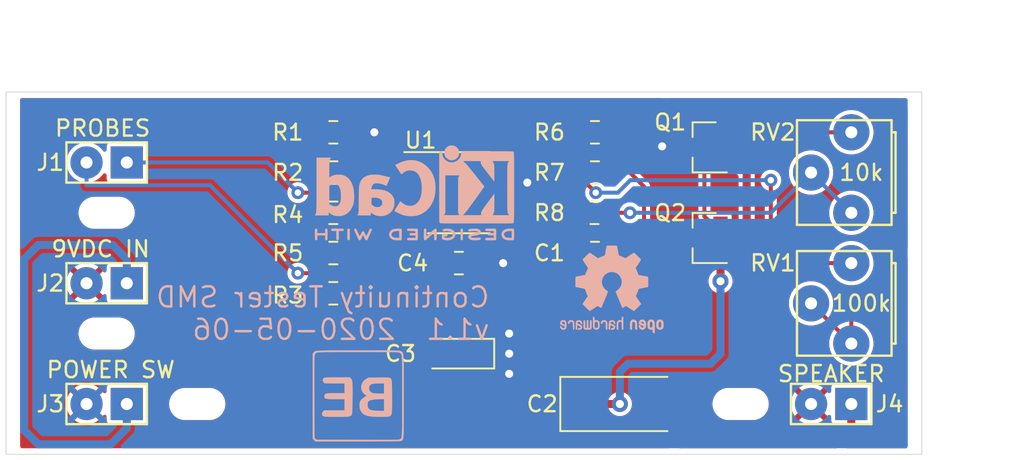
<source format=kicad_pcb>
(kicad_pcb (version 20171130) (host pcbnew "(5.1.5)-3")
  (title_block (title "Continuity Tester SMD PCB") (date 2020-05-06) (rev 1.1))
  (layers (0 F.Cu signal) (31 B.Cu signal) (34 B.Paste user hide) (35 F.Paste user) (36 B.SilkS user) (37 F.SilkS user) (38 B.Mask user) (39 F.Mask user) (44 Edge.Cuts user))
  (net 0 "")
  (net 1 "Net-(C1-Pad2)")
  (net 2 "Net-(C1-Pad1)")
  (net 3 "Net-(C2-Pad2)")
  (net 4 "Net-(C2-Pad1)")
  (net 5 GND)
  (net 6 +9V)
  (net 7 "Net-(J1-Pad2)")
  (net 8 "Net-(J1-Pad1)")
  (net 9 "Net-(J2-Pad1)")
  (net 10 "Net-(Q1-Pad2)")
  (net 11 "Net-(R4-Pad1)")
  (net 12 "Net-(R6-Pad1)")
  (net 13 "Net-(U1-Pad5)")
  (net 14 "Net-(U1-Pad1)")
  (net 15 "Net-(R8-Pad1)")
  (net 16 "Net-(U1-Pad8)")
  (net 17 "Net-(R7-Pad1)")
  (module Symbol:OSHW-Logo2_7.3x6mm_SilkScreen (layer B.Cu) (at 139.827 88.646 180)
    (fp_text reference REF** hide)
    (fp_text value OSHW-Logo2_7.3x6mm_SilkScreen hide)
  )
  (module Symbol:KiCad-Logo2_5mm_SilkScreen (layer B.Cu) (at 127.381 82.55 180)
    (fp_text reference REF** hide)
    (fp_text value KiCad-Logo2_5mm_SilkScreen hide)
  )
  (module BE_TrimPot:Bourns_3329S_Vertical (layer F.Cu) (at 154.94 92.075 270)
    (fp_text reference RV1 (at -5.08 4.953 180) (layer F.SilkS) (effects (font (size 1.016 1.016) (thickness 0.1524))))
    (fp_text value 100k)
    (fp_text user %V (at -2.54 -0.635 180) (layer F.SilkS) (effects (font (size 1.016 1.016) (thickness 0.1524))))
    (pad 1 thru_hole circle (at 0 0 270) (size 2.286 2.286) (drill 0.762) (layers *.Cu *.Mask) (net 12 "Net-(R6-Pad1)"))
    (pad 2 thru_hole circle (at -2.54 2.54 270) (size 2.286 2.286) (drill 0.762) (layers *.Cu *.Mask) (net 12 "Net-(R6-Pad1)"))
    (pad 3 thru_hole circle (at -5.08 0 270) (size 2.286 2.286) (drill 0.762) (layers *.Cu *.Mask) (net 17 "Net-(R7-Pad1)"))
  )
  (module Package_SO:SOIC-8_3.9x4.9mm_P1.27mm (layer F.Cu) (at 130.175 82.55)
    (fp_text reference U1 (at -2.413 -3.302) (layer F.SilkS))
    (fp_text value uA741CP)
    (pad 8 smd roundrect (at 2.475 -1.905) (size 1.95 0.6) (layers F.Cu F.Paste F.Mask) (net 16 "Net-(U1-Pad8)"))
    (pad 7 smd roundrect (at 2.475 -0.635) (size 1.95 0.6) (layers F.Cu F.Paste F.Mask) (net 6 +9V))
    (pad 6 smd roundrect (at 2.475 0.635) (size 1.95 0.6) (layers F.Cu F.Paste F.Mask) (net 12 "Net-(R6-Pad1)"))
    (pad 5 smd roundrect (at 2.475 1.905) (size 1.95 0.6) (layers F.Cu F.Paste F.Mask) (net 13 "Net-(U1-Pad5)"))
    (pad 4 smd roundrect (at -2.475 1.905) (size 1.95 0.6) (layers F.Cu F.Paste F.Mask) (net 5 GND))
    (pad 3 smd roundrect (at -2.475 0.635) (size 1.95 0.6) (layers F.Cu F.Paste F.Mask) (net 1 "Net-(C1-Pad2)"))
    (pad 2 smd roundrect (at -2.475 -0.635) (size 1.95 0.6) (layers F.Cu F.Paste F.Mask) (net 11 "Net-(R4-Pad1)"))
    (pad 1 smd roundrect (at -2.475 -1.905) (size 1.95 0.6) (layers F.Cu F.Paste F.Mask) (net 14 "Net-(U1-Pad1)"))
  )
  (module Resistor_SMD:R_0805_2012Metric (layer F.Cu) (at 138.7325 83.82 180)
    (fp_text reference R8 (at 2.8425 0) (layer F.SilkS))
    (fp_text value 2k)
    (pad 2 smd roundrect (at 0.9375 0 180) (size 0.975 1.4) (layers F.Cu F.Paste F.Mask) (net 12 "Net-(R6-Pad1)"))
    (pad 1 smd roundrect (at -0.9375 0 180) (size 0.975 1.4) (layers F.Cu F.Paste F.Mask) (net 15 "Net-(R8-Pad1)"))
  )
  (module Resistor_SMD:R_0805_2012Metric (layer F.Cu) (at 138.7625 81.28)
    (fp_text reference R7 (at -2.8725 0) (layer F.SilkS))
    (fp_text value 49k9)
    (pad 2 smd roundrect (at 0.9375 0) (size 0.975 1.4) (layers F.Cu F.Paste F.Mask) (net 2 "Net-(C1-Pad1)"))
    (pad 1 smd roundrect (at -0.9375 0) (size 0.975 1.4) (layers F.Cu F.Paste F.Mask) (net 17 "Net-(R7-Pad1)"))
  )
  (module Resistor_SMD:R_0805_2012Metric (layer F.Cu) (at 138.7625 78.74)
    (fp_text reference R6 (at -2.8725 0) (layer F.SilkS))
    (fp_text value 4M6)
    (pad 2 smd roundrect (at 0.9375 0) (size 0.975 1.4) (layers F.Cu F.Paste F.Mask) (net 11 "Net-(R4-Pad1)"))
    (pad 1 smd roundrect (at -0.9375 0) (size 0.975 1.4) (layers F.Cu F.Paste F.Mask) (net 12 "Net-(R6-Pad1)"))
  )
  (module Resistor_SMD:R_0805_2012Metric (layer F.Cu) (at 122.2525 86.36 180)
    (fp_text reference R5 (at 2.8725 0) (layer F.SilkS))
    (fp_text value 10k)
    (pad 2 smd roundrect (at 0.9375 0 180) (size 0.975 1.4) (layers F.Cu F.Paste F.Mask) (net 7 "Net-(J1-Pad2)"))
    (pad 1 smd roundrect (at -0.9375 0 180) (size 0.975 1.4) (layers F.Cu F.Paste F.Mask) (net 1 "Net-(C1-Pad2)"))
  )
  (module Resistor_SMD:R_0805_2012Metric (layer F.Cu) (at 122.2525 83.82 180)
    (fp_text reference R4 (at 2.8725 -0.127) (layer F.SilkS))
    (fp_text value 10k)
    (pad 2 smd roundrect (at 0.9375 0 180) (size 0.975 1.4) (layers F.Cu F.Paste F.Mask) (net 8 "Net-(J1-Pad1)"))
    (pad 1 smd roundrect (at -0.9375 0 180) (size 0.975 1.4) (layers F.Cu F.Paste F.Mask) (net 11 "Net-(R4-Pad1)"))
  )
  (module Resistor_SMD:R_0805_2012Metric (layer F.Cu) (at 122.2525 88.9)
    (fp_text reference R3 (at -2.8725 0.127) (layer F.SilkS))
    (fp_text value 10k)
    (pad 2 smd roundrect (at 0.9375 0) (size 0.975 1.4) (layers F.Cu F.Paste F.Mask) (net 5 GND))
    (pad 1 smd roundrect (at -0.9375 0) (size 0.975 1.4) (layers F.Cu F.Paste F.Mask) (net 7 "Net-(J1-Pad2)"))
  )
  (module Resistor_SMD:R_0805_2012Metric (layer F.Cu) (at 122.2525 81.28)
    (fp_text reference R2 (at -2.8725 0) (layer F.SilkS))
    (fp_text value 100R)
    (pad 2 smd roundrect (at 0.9375 0) (size 0.975 1.4) (layers F.Cu F.Paste F.Mask) (net 7 "Net-(J1-Pad2)"))
    (pad 1 smd roundrect (at -0.9375 0) (size 0.975 1.4) (layers F.Cu F.Paste F.Mask) (net 8 "Net-(J1-Pad1)"))
  )
  (module Resistor_SMD:R_0805_2012Metric (layer F.Cu) (at 122.2525 78.74 180)
    (fp_text reference R1 (at 2.8725 0) (layer F.SilkS))
    (fp_text value 10k)
    (pad 2 smd roundrect (at 0.9375 0 180) (size 0.975 1.4) (layers F.Cu F.Paste F.Mask) (net 8 "Net-(J1-Pad1)"))
    (pad 1 smd roundrect (at -0.9375 0 180) (size 0.975 1.4) (layers F.Cu F.Paste F.Mask) (net 6 +9V))
  )
  (module Package_TO_SOT_SMD:SOT-23 (layer F.Cu) (at 145.685 85.41 180)
    (fp_text reference Q2 (at 2.175 1.59) (layer F.SilkS))
    (fp_text value 2N4403)
    (pad 3 smd rect (at 1 0 180) (size 0.9 0.8) (layers F.Cu F.Paste F.Mask) (net 5 GND))
    (pad 2 smd rect (at -1 0.95 180) (size 0.9 0.8) (layers F.Cu F.Paste F.Mask) (net 10 "Net-(Q1-Pad2)"))
    (pad 1 smd rect (at -1 -0.95 180) (size 0.9 0.8) (layers F.Cu F.Paste F.Mask) (net 4 "Net-(C2-Pad1)"))
  )
  (module Package_TO_SOT_SMD:SOT-23 (layer F.Cu) (at 145.685 79.69 180)
    (fp_text reference Q1 (at 2.175 1.585) (layer F.SilkS))
    (fp_text value 2N4401)
    (pad 3 smd rect (at 1 0 180) (size 0.9 0.8) (layers F.Cu F.Paste F.Mask) (net 6 +9V))
    (pad 2 smd rect (at -1 0.95 180) (size 0.9 0.8) (layers F.Cu F.Paste F.Mask) (net 10 "Net-(Q1-Pad2)"))
    (pad 1 smd rect (at -1 -0.95 180) (size 0.9 0.8) (layers F.Cu F.Paste F.Mask) (net 4 "Net-(C2-Pad1)"))
  )
  (module Capacitor_SMD:C_0805_2012Metric (layer F.Cu) (at 130.175 86.995)
    (fp_text reference C4 (at -2.921 0) (layer F.SilkS))
    (fp_text value .1uF)
    (pad 2 smd roundrect (at 0.9375 0) (size 0.975 1.4) (layers F.Cu F.Paste F.Mask) (net 6 +9V))
    (pad 1 smd roundrect (at -0.9375 0) (size 0.975 1.4) (layers F.Cu F.Paste F.Mask) (net 5 GND))
  )
  (module Capacitor_Tantalum_SMD:CP_EIA-3216-18_Kemet-A (layer F.Cu) (at 130.095 92.71 180)
    (fp_text reference C3 (at 3.603 0) (layer F.SilkS))
    (fp_text value 10uF)
    (pad 2 smd roundrect (at 1.35 0 180) (size 1.4 1.35) (layers F.Cu F.Paste F.Mask) (roundrect_rratio 0.185185) (net 5 GND))
    (pad 1 smd roundrect (at -1.35 0 180) (size 1.4 1.35) (layers F.Cu F.Paste F.Mask) (roundrect_rratio 0.185185) (net 6 +9V))
  )
  (module Capacitor_Tantalum_SMD:CP_EIA-6032-28_Kemet-C (layer F.Cu) (at 140.335 95.885)
    (fp_text reference C2 (at -4.9035 0) (layer F.SilkS))
    (fp_text value 15uF)
    (pad 2 smd roundrect (at 2.4625 0) (size 2.075 2.35) (layers F.Cu F.Paste F.Mask) (roundrect_rratio 0.120482) (net 3 "Net-(C2-Pad2)"))
    (pad 1 smd roundrect (at -2.4625 0) (size 2.075 2.35) (layers F.Cu F.Paste F.Mask) (roundrect_rratio 0.120482) (net 4 "Net-(C2-Pad1)"))
  )
  (module Capacitor_SMD:C_0805_2012Metric (layer F.Cu) (at 138.7625 86.36 180)
    (fp_text reference C1 (at 2.8725 0) (layer F.SilkS))
    (fp_text value 1nF)
    (pad 2 smd roundrect (at 0.9375 0 180) (size 0.975 1.4) (layers F.Cu F.Paste F.Mask) (net 1 "Net-(C1-Pad2)"))
    (pad 1 smd roundrect (at -0.9375 0 180) (size 0.975 1.4) (layers F.Cu F.Paste F.Mask) (net 2 "Net-(C1-Pad1)"))
  )
  (module BE_MountingHoles:BE_WireSlot_W120mil_H60mil (layer F.Cu) (at 147.955 95.885)
    (fp_text reference REF** hide)
    (fp_text value BE_WireSlot_W120mil_H60mil hide)
    (pad "" np_thru_hole oval (at 0 0) (size 3.048 1.524) (drill oval 3.048 1.524) (layers *.Cu *.Mask))
  )
  (module BE_MountingHoles:BE_WireSlot_W120mil_H60mil (layer F.Cu) (at 107.95 83.82)
    (fp_text reference REF** hide)
    (fp_text value BE_WireSlot_W120mil_H60mil hide)
    (pad "" np_thru_hole oval (at 0 0) (size 3.048 1.524) (drill oval 3.048 1.524) (layers *.Cu *.Mask))
  )
  (module BE_TrimPot:Bourns_3329S_Vertical (layer F.Cu) (at 154.94 83.82 270)
    (fp_text reference RV2 (at -5.08 4.953 180) (layer F.SilkS) (effects (font (size 1.016 1.016) (thickness 0.1524))))
    (fp_text value 10k)
    (fp_text user %V (at -2.54 -0.635 180) (layer F.SilkS) (effects (font (size 1.016 1.016) (thickness 0.1524))))
    (pad 1 thru_hole circle (at 0 0 270) (size 2.286 2.286) (drill 0.762) (layers *.Cu *.Mask) (net 15 "Net-(R8-Pad1)"))
    (pad 2 thru_hole circle (at -2.54 2.54 270) (size 2.286 2.286) (drill 0.762) (layers *.Cu *.Mask) (net 15 "Net-(R8-Pad1)"))
    (pad 3 thru_hole circle (at -5.08 0 270) (size 2.286 2.286) (drill 0.762) (layers *.Cu *.Mask) (net 10 "Net-(Q1-Pad2)"))
  )
  (module BE_Conn:SolderWirePad_1x02_Pitch100mil_Drill30mil (layer F.Cu) (at 109.22 80.645 180)
    (fp_text reference J1 (at 4.826 0) (layer F.SilkS) (effects (font (size 1.016 1.016) (thickness 0.1524))))
    (fp_text value PROBES)
    (fp_text user %V (at 1.524 2.159) (layer F.SilkS) (effects (font (size 1.016 1.016) (thickness 0.1524))))
    (pad 1 thru_hole rect (at 0 0 180) (size 2.032 2.032) (drill 0.762) (layers *.Cu *.Mask) (net 8 "Net-(J1-Pad1)"))
    (pad 2 thru_hole circle (at 2.54 0 180) (size 2.032 2.032) (drill 0.762) (layers *.Cu *.Mask) (net 7 "Net-(J1-Pad2)"))
  )
  (module BE_Conn:SolderWirePad_1x02_Pitch100mil_Drill30mil (layer F.Cu) (at 154.94 95.885 180)
    (fp_text reference J4 (at -2.413 0) (layer F.SilkS) (effects (font (size 1.016 1.016) (thickness 0.1524))))
    (fp_text value SPEAKER)
    (fp_text user %V (at 1.27 1.905) (layer F.SilkS) (effects (font (size 1.016 1.016) (thickness 0.1524))))
    (pad 1 thru_hole rect (at 0 0 180) (size 2.032 2.032) (drill 0.762) (layers *.Cu *.Mask) (net 3 "Net-(C2-Pad2)"))
    (pad 2 thru_hole circle (at 2.54 0 180) (size 2.032 2.032) (drill 0.762) (layers *.Cu *.Mask) (net 5 GND))
  )
  (module BE_Conn:SolderWirePad_1x02_Pitch100mil_Drill30mil (layer F.Cu) (at 109.22 95.885 180)
    (fp_text reference J3 (at 4.826 0) (layer F.SilkS) (effects (font (size 1.016 1.016) (thickness 0.1524))))
    (fp_text value "POWER SW")
    (fp_text user %V (at 1.016 2.159) (layer F.SilkS) (effects (font (size 1.016 1.016) (thickness 0.1524))))
    (pad 1 thru_hole rect (at 0 0 180) (size 2.032 2.032) (drill 0.762) (layers *.Cu *.Mask) (net 9 "Net-(J2-Pad1)"))
    (pad 2 thru_hole circle (at 2.54 0 180) (size 2.032 2.032) (drill 0.762) (layers *.Cu *.Mask) (net 6 +9V))
  )
  (module BE_Conn:SolderWirePad_1x02_Pitch100mil_Drill30mil (layer F.Cu) (at 109.22 88.265 180)
    (fp_text reference J2 (at 4.826 0) (layer F.SilkS) (effects (font (size 1.016 1.016) (thickness 0.1524))))
    (fp_text value "9VDC IN")
    (fp_text user %V (at 1.651 2.159) (layer F.SilkS) (effects (font (size 1.016 1.016) (thickness 0.1524))))
    (pad 1 thru_hole rect (at 0 0 180) (size 2.032 2.032) (drill 0.762) (layers *.Cu *.Mask) (net 9 "Net-(J2-Pad1)"))
    (pad 2 thru_hole circle (at 2.54 0 180) (size 2.032 2.032) (drill 0.762) (layers *.Cu *.Mask) (net 5 GND))
  )
  (module BE_MountingHoles:BE_WireSlot_W120mil_H60mil (layer F.Cu) (at 107.95 91.44)
    (fp_text reference REF** hide)
    (fp_text value BE_WireSlot_W120mil_H60mil hide)
    (pad "" np_thru_hole oval (at 0 0) (size 3.048 1.524) (drill oval 3.048 1.524) (layers *.Cu *.Mask))
  )
  (module BE_MountingHoles:BE_WireSlot_W120mil_H60mil (layer F.Cu) (at 113.665 95.885)
    (fp_text reference REF** hide)
    (fp_text value BE_WireSlot_W120mil_H60mil hide)
    (pad "" np_thru_hole oval (at 0 0) (size 3.048 1.524) (drill oval 3.048 1.524) (layers *.Cu *.Mask))
  )
  (module "BE_Logos:BE_Logo_(.25_x_.25)" (layer B.Cu) (at 123.825 95.377 180)
    (fp_text reference G*** hide)
    (fp_text value LOGO hide)
  )
  (gr_text "Continuity Tester SMD\nv1.1  2020-05-06" (at 132.207 90.17) (layer B.SilkS) (effects (font (size 1.27 1.27) (thickness 0.1524)) (justify left mirror)))
  (gr_line (start 159.385 99.06) (end 101.6 99.06) (layer Edge.Cuts) (width 0.05))
  (gr_line (start 101.6 99.06) (end 101.6 76.2) (layer Edge.Cuts) (width 0.05))
  (gr_line (start 159.385 76.2) (end 159.385 99.06) (layer Edge.Cuts) (width 0.05))
  (gr_line (start 101.6 76.2) (end 159.385 76.2) (layer Edge.Cuts) (width 0.05))
  (segment (start 123.19 86.36) (end 126.365 83.185) (width 0.254) (layer F.Cu) (net 1))
  (segment (start 126.365 83.185) (end 127.7 83.185) (width 0.254) (layer F.Cu) (net 1))
  (segment (start 136.144 86.36) (end 137.825 86.36) (width 0.254) (layer F.Cu) (net 1))
  (segment (start 135.636 85.852) (end 136.144 86.36) (width 0.254) (layer F.Cu) (net 1))
  (segment (start 129.0955 83.185) (end 130.175 84.2645) (width 0.254) (layer F.Cu) (net 1))
  (segment (start 127.7 83.185) (end 129.0955 83.185) (width 0.254) (layer F.Cu) (net 1))
  (segment (start 130.175 84.2645) (end 130.175 84.836) (width 0.254) (layer F.Cu) (net 1))
  (segment (start 130.175 84.836) (end 131.191 85.852) (width 0.254) (layer F.Cu) (net 1))
  (segment (start 131.191 85.852) (end 135.636 85.852) (width 0.254) (layer F.Cu) (net 1))
  (segment (start 140.97 86.36) (end 139.7 86.36) (width 0.254) (layer F.Cu) (net 2))
  (segment (start 141.859 82.169) (end 141.859 85.471) (width 0.254) (layer F.Cu) (net 2))
  (segment (start 139.7 81.28) (end 140.97 81.28) (width 0.254) (layer F.Cu) (net 2))
  (segment (start 141.859 85.471) (end 140.97 86.36) (width 0.254) (layer F.Cu) (net 2))
  (segment (start 140.97 81.28) (end 141.859 82.169) (width 0.254) (layer F.Cu) (net 2))
  (segment (start 142.7975 97.06) (end 144.1625 98.425) (width 0.508) (layer F.Cu) (net 3))
  (segment (start 142.7975 95.885) (end 142.7975 97.06) (width 0.508) (layer F.Cu) (net 3))
  (segment (start 154.94 97.409) (end 154.94 95.885) (width 0.508) (layer F.Cu) (net 3))
  (segment (start 153.924 98.425) (end 154.94 97.409) (width 0.508) (layer F.Cu) (net 3))
  (segment (start 144.1625 98.425) (end 153.924 98.425) (width 0.508) (layer F.Cu) (net 3))
  (segment (start 148.336 85.667) (end 147.643 86.36) (width 0.508) (layer F.Cu) (net 4))
  (segment (start 148.336 81.28) (end 148.336 85.667) (width 0.508) (layer F.Cu) (net 4))
  (segment (start 146.685 80.64) (end 147.696 80.64) (width 0.508) (layer F.Cu) (net 4))
  (segment (start 147.643 86.36) (end 146.685 86.36) (width 0.508) (layer F.Cu) (net 4))
  (segment (start 147.696 80.64) (end 148.336 81.28) (width 0.508) (layer F.Cu) (net 4))
  (via (at 146.685 88.138) (size 1.016) (drill 0.508) (layers F.Cu B.Cu) (net 4))
  (segment (start 146.685 86.36) (end 146.685 88.138) (width 0.508) (layer F.Cu) (net 4))
  (via (at 140.335 95.885) (size 1.016) (drill 0.508) (layers F.Cu B.Cu) (net 4))
  (segment (start 137.8725 95.885) (end 140.335 95.885) (width 0.508) (layer F.Cu) (net 4))
  (segment (start 140.335 95.885) (end 140.335 93.853) (width 0.508) (layer B.Cu) (net 4))
  (segment (start 140.335 93.853) (end 140.843 93.345) (width 0.508) (layer B.Cu) (net 4))
  (segment (start 140.843 93.345) (end 146.05 93.345) (width 0.508) (layer B.Cu) (net 4))
  (segment (start 146.685 92.71) (end 146.685 88.138) (width 0.508) (layer B.Cu) (net 4))
  (segment (start 146.05 93.345) (end 146.685 92.71) (width 0.508) (layer B.Cu) (net 4))
  (via (at 133.35 93.98) (size 1.016) (drill 0.508) (layers F.Cu B.Cu) (net 6))
  (via (at 133.35 91.44) (size 1.016) (drill 0.508) (layers F.Cu B.Cu) (net 6))
  (via (at 124.841 78.74) (size 1.016) (drill 0.508) (layers F.Cu B.Cu) (net 6))
  (segment (start 123.19 78.74) (end 124.841 78.74) (width 0.508) (layer F.Cu) (net 6))
  (via (at 133.35 92.71) (size 1.016) (drill 0.508) (layers F.Cu B.Cu) (net 6))
  (segment (start 131.445 92.71) (end 133.35 92.71) (width 0.508) (layer F.Cu) (net 6))
  (segment (start 133.35 91.44) (end 133.35 92.71) (width 0.508) (layer F.Cu) (net 6))
  (segment (start 133.35 93.98) (end 133.35 92.71) (width 0.508) (layer F.Cu) (net 6))
  (via (at 132.969 86.995) (size 1.016) (drill 0.508) (layers F.Cu B.Cu) (net 6))
  (segment (start 131.1125 86.995) (end 132.969 86.995) (width 0.508) (layer F.Cu) (net 6))
  (via (at 134.493004 81.915) (size 1.016) (drill 0.508) (layers F.Cu B.Cu) (net 6))
  (segment (start 132.65 81.915) (end 134.493004 81.915) (width 0.508) (layer F.Cu) (net 6))
  (segment (start 143.063 79.69) (end 143.002 79.629) (width 0.508) (layer F.Cu) (net 6))
  (segment (start 144.685 79.69) (end 143.063 79.69) (width 0.508) (layer F.Cu) (net 6))
  (via (at 143.002 79.629) (size 1.016) (drill 0.508) (layers F.Cu B.Cu) (net 6))
  (segment (start 121.315 86.36) (end 121.315 87.06) (width 0.254) (layer F.Cu) (net 7))
  (segment (start 121.800527 85.874473) (end 121.315 86.36) (width 0.254) (layer F.Cu) (net 7))
  (segment (start 122.32149 82.977246) (end 122.32149 85.35351) (width 0.254) (layer F.Cu) (net 7))
  (segment (start 123.19 82.108736) (end 122.32149 82.977246) (width 0.254) (layer F.Cu) (net 7))
  (segment (start 122.32149 85.35351) (end 121.800527 85.874473) (width 0.254) (layer F.Cu) (net 7))
  (segment (start 123.19 81.28) (end 123.19 82.108736) (width 0.254) (layer F.Cu) (net 7))
  (segment (start 106.68 82.08184) (end 114.46684 82.08184) (width 0.254) (layer B.Cu) (net 7))
  (segment (start 106.68 80.645) (end 106.68 82.08184) (width 0.254) (layer B.Cu) (net 7))
  (via (at 120.015 87.63) (size 0.8128) (drill 0.4064) (layers F.Cu B.Cu) (net 7))
  (segment (start 114.46684 82.08184) (end 120.015 87.63) (width 0.254) (layer B.Cu) (net 7))
  (segment (start 121.285 87.63) (end 120.015 87.63) (width 0.254) (layer F.Cu) (net 7))
  (segment (start 121.315 87.66) (end 121.285 87.63) (width 0.254) (layer F.Cu) (net 7))
  (segment (start 121.315 87.06) (end 121.315 87.66) (width 0.254) (layer F.Cu) (net 7))
  (segment (start 121.315 87.66) (end 121.315 88.9) (width 0.254) (layer F.Cu) (net 7))
  (via (at 120.015 82.55) (size 0.8128) (drill 0.4064) (layers F.Cu B.Cu) (net 8))
  (segment (start 118.11 80.645) (end 120.015 82.55) (width 0.254) (layer B.Cu) (net 8))
  (segment (start 109.22 80.645) (end 118.11 80.645) (width 0.254) (layer B.Cu) (net 8))
  (segment (start 121.285 82.55) (end 120.015 82.55) (width 0.254) (layer F.Cu) (net 8))
  (segment (start 121.315 78.74) (end 121.315 82.52) (width 0.254) (layer F.Cu) (net 8))
  (segment (start 121.315 82.52) (end 121.285 82.55) (width 0.254) (layer F.Cu) (net 8))
  (segment (start 121.315 82.52) (end 121.315 83.82) (width 0.254) (layer F.Cu) (net 8))
  (segment (start 109.22 97.409) (end 109.22 95.885) (width 0.508) (layer B.Cu) (net 9))
  (segment (start 108.204 98.425) (end 109.22 97.409) (width 0.508) (layer B.Cu) (net 9))
  (segment (start 103.632 98.425) (end 108.204 98.425) (width 0.508) (layer B.Cu) (net 9))
  (segment (start 102.743 97.536) (end 103.632 98.425) (width 0.508) (layer B.Cu) (net 9))
  (segment (start 109.22 86.741) (end 108.331 85.852) (width 0.508) (layer B.Cu) (net 9))
  (segment (start 109.22 88.265) (end 109.22 86.741) (width 0.508) (layer B.Cu) (net 9))
  (segment (start 108.331 85.852) (end 103.632 85.852) (width 0.508) (layer B.Cu) (net 9))
  (segment (start 103.632 85.852) (end 102.743 86.741) (width 0.508) (layer B.Cu) (net 9))
  (segment (start 102.743 86.741) (end 102.743 97.536) (width 0.508) (layer B.Cu) (net 9))
  (segment (start 146.685 78.74) (end 154.94 78.74) (width 0.254) (layer F.Cu) (net 10))
  (segment (start 146.0815 84.46) (end 146.685 84.46) (width 0.254) (layer F.Cu) (net 10))
  (segment (start 145.669 84.0475) (end 146.0815 84.46) (width 0.254) (layer F.Cu) (net 10))
  (segment (start 145.669 79.052) (end 145.669 84.0475) (width 0.254) (layer F.Cu) (net 10))
  (segment (start 146.685 78.74) (end 145.981 78.74) (width 0.254) (layer F.Cu) (net 10))
  (segment (start 145.981 78.74) (end 145.669 79.052) (width 0.254) (layer F.Cu) (net 10))
  (segment (start 123.19 83.82) (end 125.095 81.915) (width 0.254) (layer F.Cu) (net 11))
  (segment (start 125.095 81.915) (end 127.7 81.915) (width 0.254) (layer F.Cu) (net 11))
  (segment (start 139.7 77.851) (end 139.7 78.74) (width 0.254) (layer F.Cu) (net 11))
  (segment (start 139.319 77.47) (end 139.7 77.851) (width 0.254) (layer F.Cu) (net 11))
  (segment (start 129.032 81.915) (end 130.175 80.772) (width 0.254) (layer F.Cu) (net 11))
  (segment (start 127.7 81.915) (end 129.032 81.915) (width 0.254) (layer F.Cu) (net 11))
  (segment (start 130.175 80.772) (end 130.175 77.978) (width 0.254) (layer F.Cu) (net 11))
  (segment (start 130.175 77.978) (end 130.683 77.47) (width 0.254) (layer F.Cu) (net 11))
  (segment (start 130.683 77.47) (end 139.319 77.47) (width 0.254) (layer F.Cu) (net 11))
  (segment (start 137.825 83.79) (end 137.795 83.82) (width 0.254) (layer F.Cu) (net 12))
  (segment (start 137.825 78.74) (end 137.815158 79.989842) (width 0.254) (layer F.Cu) (net 12))
  (segment (start 154.94 92.075) (end 152.4 89.535) (width 0.254) (layer F.Cu) (net 12))
  (segment (start 137.815158 79.989842) (end 137.180158 79.989842) (width 0.254) (layer F.Cu) (net 12))
  (segment (start 137.180158 79.989842) (end 136.525 80.645) (width 0.254) (layer F.Cu) (net 12))
  (segment (start 136.525 83.185) (end 132.65 83.185) (width 0.254) (layer F.Cu) (net 12))
  (segment (start 136.525 80.645) (end 136.525 83.185) (width 0.254) (layer F.Cu) (net 12))
  (segment (start 137.16 83.82) (end 137.795 83.82) (width 0.254) (layer F.Cu) (net 12))
  (segment (start 136.525 83.185) (end 137.16 83.82) (width 0.254) (layer F.Cu) (net 12))
  (segment (start 154.94 89.408) (end 154.94 92.075) (width 0.254) (layer F.Cu) (net 12))
  (segment (start 158.369 85.979) (end 154.94 89.408) (width 0.254) (layer F.Cu) (net 12))
  (segment (start 140.355158 79.989842) (end 143.637 76.708) (width 0.254) (layer F.Cu) (net 12))
  (segment (start 137.815158 79.989842) (end 140.355158 79.989842) (width 0.254) (layer F.Cu) (net 12))
  (segment (start 143.637 76.708) (end 157.734 76.708) (width 0.254) (layer F.Cu) (net 12))
  (segment (start 157.734 76.708) (end 158.369 77.343) (width 0.254) (layer F.Cu) (net 12))
  (segment (start 158.369 77.343) (end 158.369 85.979) (width 0.254) (layer F.Cu) (net 12))
  (segment (start 153.542999 82.422999) (end 154.94 83.82) (width 0.254) (layer B.Cu) (net 15))
  (segment (start 152.4 81.28) (end 153.542999 82.422999) (width 0.254) (layer B.Cu) (net 15))
  (segment (start 139.67 83.82) (end 140.843 83.82) (width 0.254) (layer F.Cu) (net 15))
  (segment (start 149.859994 83.820006) (end 141.544736 83.820006) (width 0.254) (layer B.Cu) (net 15))
  (segment (start 141.544736 83.820006) (end 140.97 83.820006) (width 0.254) (layer B.Cu) (net 15))
  (segment (start 140.969994 83.82) (end 140.97 83.820006) (width 0.254) (layer F.Cu) (net 15))
  (segment (start 140.843 83.82) (end 140.969994 83.82) (width 0.254) (layer F.Cu) (net 15))
  (via (at 140.97 83.820006) (size 0.8128) (drill 0.4064) (layers F.Cu B.Cu) (net 15))
  (segment (start 152.4 81.28) (end 149.859994 83.820006) (width 0.254) (layer B.Cu) (net 15))
  (segment (start 154.94 86.995) (end 152.4 86.995) (width 0.254) (layer F.Cu) (net 17))
  (via (at 149.86 81.7626) (size 0.8128) (drill 0.4064) (layers F.Cu B.Cu) (net 17))
  (via (at 138.811 82.55) (size 0.8128) (drill 0.4064) (layers F.Cu B.Cu) (net 17))
  (segment (start 137.825 81.564) (end 138.811 82.55) (width 0.254) (layer F.Cu) (net 17))
  (segment (start 137.825 81.28) (end 137.825 81.564) (width 0.254) (layer F.Cu) (net 17))
  (segment (start 149.86 84.455) (end 152.4 86.995) (width 0.254) (layer F.Cu) (net 17))
  (segment (start 149.86 81.7626) (end 149.86 84.455) (width 0.254) (layer F.Cu) (net 17))
  (segment (start 140.208 82.55) (end 138.811 82.55) (width 0.254) (layer B.Cu) (net 17))
  (segment (start 149.86 81.7626) (end 140.9954 81.7626) (width 0.254) (layer B.Cu) (net 17))
  (segment (start 140.9954 81.7626) (end 140.208 82.55) (width 0.254) (layer B.Cu) (net 17))
  (zone (net 6) (net_name +9V) (layer B.Cu) (connect_pads (clearance 0.254)) (min_thickness 0.254) (fill yes (arc_segments 32) (thermal_gap 0.381) (thermal_bridge_width 0.381))
    (polygon (pts (xy 159.385 99.06) (xy 101.6 99.06) (xy 101.6 76.2) (xy 159.385 76.2)))
  )
  (zone (net 5) (net_name GND) (layer F.Cu) (connect_pads (clearance 0.254)) (min_thickness 0.254) (fill yes (arc_segments 32) (thermal_gap 0.381) (thermal_bridge_width 0.381))
    (polygon (pts (xy 159.385 99.06) (xy 101.6 99.06) (xy 101.6 76.2) (xy 159.385 76.2)))
  )
  (zone (net 0) (net_name "") (layers F&B.Cu) (connect_pads (clearance 0.254)) (min_thickness 0.254)
    (keepout (tracks allowed) (vias allowed) (copperpour not_allowed))
    (fill (arc_segments 32) (thermal_gap 0.508) (thermal_bridge_width 0.508))
    (polygon (pts (xy 159.766 99.441) (xy 101.219 99.441) (xy 101.219 75.819) (xy 159.766 75.819)))
    (polygon (pts (xy 102.489 76.581) (xy 102.489 98.679) (xy 158.496 98.679) (xy 158.496 76.581)))
  )
  (zone (net 0) (net_name "") (layer F.Cu) (connect_pads (clearance 0.254)) (min_thickness 0.254)
    (keepout (tracks allowed) (vias allowed) (copperpour not_allowed))
    (fill (arc_segments 32) (thermal_gap 0.508) (thermal_bridge_width 0.508))
    (polygon (pts (xy 155.448 77.343) (xy 154.432 77.343) (xy 154.432 76.962) (xy 155.448 76.962)))
  )
)
</source>
